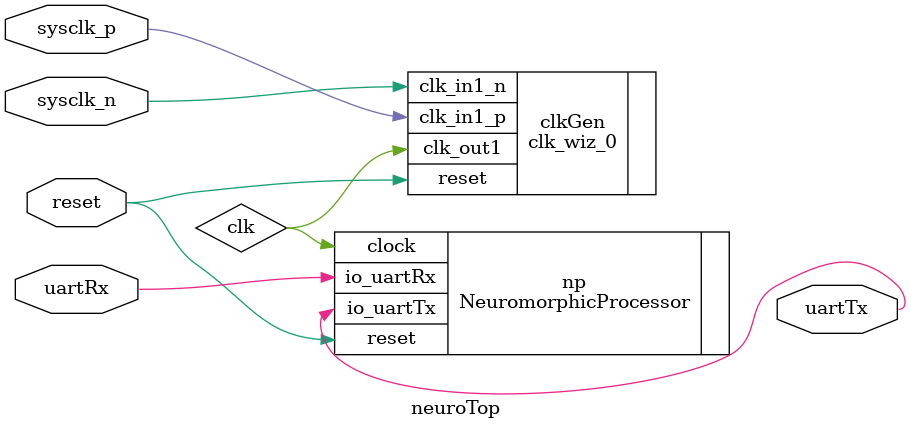
<source format=v>

module neuroTop(sysclk_n, sysclk_p, reset, uartTx, uartRx);
    
input  sysclk_n, sysclk_p, reset, uartRx;
output uartTx;
wire clk;

clk_wiz_0 clkGen(
    .clk_out1(clk),
    .reset(reset),
    .clk_in1_p(sysclk_p),
    .clk_in1_n(sysclk_n)
);

NeuromorphicProcessor np(
    .clock(clk),
    .reset(reset),
    .io_uartTx(uartTx),
    .io_uartRx(uartRx)
);
    
endmodule

</source>
